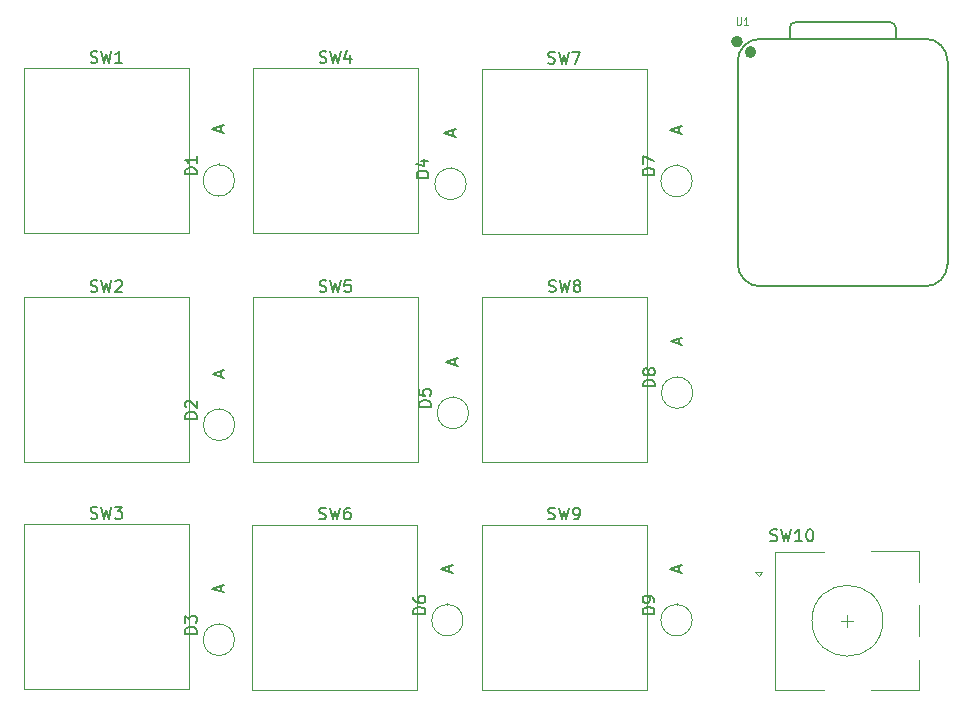
<source format=gbr>
%TF.GenerationSoftware,KiCad,Pcbnew,9.0.2*%
%TF.CreationDate,2025-06-24T13:56:58-07:00*%
%TF.ProjectId,meghanaHackpad,6d656768-616e-4614-9861-636b7061642e,rev?*%
%TF.SameCoordinates,Original*%
%TF.FileFunction,Legend,Top*%
%TF.FilePolarity,Positive*%
%FSLAX46Y46*%
G04 Gerber Fmt 4.6, Leading zero omitted, Abs format (unit mm)*
G04 Created by KiCad (PCBNEW 9.0.2) date 2025-06-24 13:56:58*
%MOMM*%
%LPD*%
G01*
G04 APERTURE LIST*
%ADD10C,0.150000*%
%ADD11C,0.101600*%
%ADD12C,0.120000*%
%ADD13C,0.127000*%
%ADD14C,0.100000*%
%ADD15C,0.504000*%
G04 APERTURE END LIST*
D10*
X130128448Y-81782409D02*
X129128448Y-81782409D01*
X129128448Y-81782409D02*
X129128448Y-81544314D01*
X129128448Y-81544314D02*
X129176067Y-81401457D01*
X129176067Y-81401457D02*
X129271305Y-81306219D01*
X129271305Y-81306219D02*
X129366543Y-81258600D01*
X129366543Y-81258600D02*
X129557019Y-81210981D01*
X129557019Y-81210981D02*
X129699876Y-81210981D01*
X129699876Y-81210981D02*
X129890352Y-81258600D01*
X129890352Y-81258600D02*
X129985590Y-81306219D01*
X129985590Y-81306219D02*
X130080829Y-81401457D01*
X130080829Y-81401457D02*
X130128448Y-81544314D01*
X130128448Y-81544314D02*
X130128448Y-81782409D01*
X129461781Y-80353838D02*
X130128448Y-80353838D01*
X129080829Y-80591933D02*
X129795114Y-80830028D01*
X129795114Y-80830028D02*
X129795114Y-80210981D01*
X132169104Y-78212409D02*
X132169104Y-77736219D01*
X132454819Y-78307647D02*
X131454819Y-77974314D01*
X131454819Y-77974314D02*
X132454819Y-77640981D01*
X110513448Y-81488094D02*
X109513448Y-81488094D01*
X109513448Y-81488094D02*
X109513448Y-81249999D01*
X109513448Y-81249999D02*
X109561067Y-81107142D01*
X109561067Y-81107142D02*
X109656305Y-81011904D01*
X109656305Y-81011904D02*
X109751543Y-80964285D01*
X109751543Y-80964285D02*
X109942019Y-80916666D01*
X109942019Y-80916666D02*
X110084876Y-80916666D01*
X110084876Y-80916666D02*
X110275352Y-80964285D01*
X110275352Y-80964285D02*
X110370590Y-81011904D01*
X110370590Y-81011904D02*
X110465829Y-81107142D01*
X110465829Y-81107142D02*
X110513448Y-81249999D01*
X110513448Y-81249999D02*
X110513448Y-81488094D01*
X110513448Y-79964285D02*
X110513448Y-80535713D01*
X110513448Y-80249999D02*
X109513448Y-80249999D01*
X109513448Y-80249999D02*
X109656305Y-80345237D01*
X109656305Y-80345237D02*
X109751543Y-80440475D01*
X109751543Y-80440475D02*
X109799162Y-80535713D01*
X112554104Y-77918094D02*
X112554104Y-77441904D01*
X112839819Y-78013332D02*
X111839819Y-77679999D01*
X111839819Y-77679999D02*
X112839819Y-77346666D01*
X149313448Y-99462409D02*
X148313448Y-99462409D01*
X148313448Y-99462409D02*
X148313448Y-99224314D01*
X148313448Y-99224314D02*
X148361067Y-99081457D01*
X148361067Y-99081457D02*
X148456305Y-98986219D01*
X148456305Y-98986219D02*
X148551543Y-98938600D01*
X148551543Y-98938600D02*
X148742019Y-98890981D01*
X148742019Y-98890981D02*
X148884876Y-98890981D01*
X148884876Y-98890981D02*
X149075352Y-98938600D01*
X149075352Y-98938600D02*
X149170590Y-98986219D01*
X149170590Y-98986219D02*
X149265829Y-99081457D01*
X149265829Y-99081457D02*
X149313448Y-99224314D01*
X149313448Y-99224314D02*
X149313448Y-99462409D01*
X148742019Y-98319552D02*
X148694400Y-98414790D01*
X148694400Y-98414790D02*
X148646781Y-98462409D01*
X148646781Y-98462409D02*
X148551543Y-98510028D01*
X148551543Y-98510028D02*
X148503924Y-98510028D01*
X148503924Y-98510028D02*
X148408686Y-98462409D01*
X148408686Y-98462409D02*
X148361067Y-98414790D01*
X148361067Y-98414790D02*
X148313448Y-98319552D01*
X148313448Y-98319552D02*
X148313448Y-98129076D01*
X148313448Y-98129076D02*
X148361067Y-98033838D01*
X148361067Y-98033838D02*
X148408686Y-97986219D01*
X148408686Y-97986219D02*
X148503924Y-97938600D01*
X148503924Y-97938600D02*
X148551543Y-97938600D01*
X148551543Y-97938600D02*
X148646781Y-97986219D01*
X148646781Y-97986219D02*
X148694400Y-98033838D01*
X148694400Y-98033838D02*
X148742019Y-98129076D01*
X148742019Y-98129076D02*
X148742019Y-98319552D01*
X148742019Y-98319552D02*
X148789638Y-98414790D01*
X148789638Y-98414790D02*
X148837257Y-98462409D01*
X148837257Y-98462409D02*
X148932495Y-98510028D01*
X148932495Y-98510028D02*
X149122971Y-98510028D01*
X149122971Y-98510028D02*
X149218209Y-98462409D01*
X149218209Y-98462409D02*
X149265829Y-98414790D01*
X149265829Y-98414790D02*
X149313448Y-98319552D01*
X149313448Y-98319552D02*
X149313448Y-98129076D01*
X149313448Y-98129076D02*
X149265829Y-98033838D01*
X149265829Y-98033838D02*
X149218209Y-97986219D01*
X149218209Y-97986219D02*
X149122971Y-97938600D01*
X149122971Y-97938600D02*
X148932495Y-97938600D01*
X148932495Y-97938600D02*
X148837257Y-97986219D01*
X148837257Y-97986219D02*
X148789638Y-98033838D01*
X148789638Y-98033838D02*
X148742019Y-98129076D01*
X151354104Y-95892409D02*
X151354104Y-95416219D01*
X151639819Y-95987647D02*
X150639819Y-95654314D01*
X150639819Y-95654314D02*
X151639819Y-95320981D01*
X149263448Y-118722409D02*
X148263448Y-118722409D01*
X148263448Y-118722409D02*
X148263448Y-118484314D01*
X148263448Y-118484314D02*
X148311067Y-118341457D01*
X148311067Y-118341457D02*
X148406305Y-118246219D01*
X148406305Y-118246219D02*
X148501543Y-118198600D01*
X148501543Y-118198600D02*
X148692019Y-118150981D01*
X148692019Y-118150981D02*
X148834876Y-118150981D01*
X148834876Y-118150981D02*
X149025352Y-118198600D01*
X149025352Y-118198600D02*
X149120590Y-118246219D01*
X149120590Y-118246219D02*
X149215829Y-118341457D01*
X149215829Y-118341457D02*
X149263448Y-118484314D01*
X149263448Y-118484314D02*
X149263448Y-118722409D01*
X149263448Y-117674790D02*
X149263448Y-117484314D01*
X149263448Y-117484314D02*
X149215829Y-117389076D01*
X149215829Y-117389076D02*
X149168209Y-117341457D01*
X149168209Y-117341457D02*
X149025352Y-117246219D01*
X149025352Y-117246219D02*
X148834876Y-117198600D01*
X148834876Y-117198600D02*
X148453924Y-117198600D01*
X148453924Y-117198600D02*
X148358686Y-117246219D01*
X148358686Y-117246219D02*
X148311067Y-117293838D01*
X148311067Y-117293838D02*
X148263448Y-117389076D01*
X148263448Y-117389076D02*
X148263448Y-117579552D01*
X148263448Y-117579552D02*
X148311067Y-117674790D01*
X148311067Y-117674790D02*
X148358686Y-117722409D01*
X148358686Y-117722409D02*
X148453924Y-117770028D01*
X148453924Y-117770028D02*
X148692019Y-117770028D01*
X148692019Y-117770028D02*
X148787257Y-117722409D01*
X148787257Y-117722409D02*
X148834876Y-117674790D01*
X148834876Y-117674790D02*
X148882495Y-117579552D01*
X148882495Y-117579552D02*
X148882495Y-117389076D01*
X148882495Y-117389076D02*
X148834876Y-117293838D01*
X148834876Y-117293838D02*
X148787257Y-117246219D01*
X148787257Y-117246219D02*
X148692019Y-117198600D01*
X151304104Y-115152409D02*
X151304104Y-114676219D01*
X151589819Y-115247647D02*
X150589819Y-114914314D01*
X150589819Y-114914314D02*
X151589819Y-114580981D01*
X149263448Y-81548094D02*
X148263448Y-81548094D01*
X148263448Y-81548094D02*
X148263448Y-81309999D01*
X148263448Y-81309999D02*
X148311067Y-81167142D01*
X148311067Y-81167142D02*
X148406305Y-81071904D01*
X148406305Y-81071904D02*
X148501543Y-81024285D01*
X148501543Y-81024285D02*
X148692019Y-80976666D01*
X148692019Y-80976666D02*
X148834876Y-80976666D01*
X148834876Y-80976666D02*
X149025352Y-81024285D01*
X149025352Y-81024285D02*
X149120590Y-81071904D01*
X149120590Y-81071904D02*
X149215829Y-81167142D01*
X149215829Y-81167142D02*
X149263448Y-81309999D01*
X149263448Y-81309999D02*
X149263448Y-81548094D01*
X148263448Y-80643332D02*
X148263448Y-79976666D01*
X148263448Y-79976666D02*
X149263448Y-80405237D01*
X151304104Y-77978094D02*
X151304104Y-77501904D01*
X151589819Y-78073332D02*
X150589819Y-77739999D01*
X150589819Y-77739999D02*
X151589819Y-77406666D01*
X140326667Y-91413200D02*
X140469524Y-91460819D01*
X140469524Y-91460819D02*
X140707619Y-91460819D01*
X140707619Y-91460819D02*
X140802857Y-91413200D01*
X140802857Y-91413200D02*
X140850476Y-91365580D01*
X140850476Y-91365580D02*
X140898095Y-91270342D01*
X140898095Y-91270342D02*
X140898095Y-91175104D01*
X140898095Y-91175104D02*
X140850476Y-91079866D01*
X140850476Y-91079866D02*
X140802857Y-91032247D01*
X140802857Y-91032247D02*
X140707619Y-90984628D01*
X140707619Y-90984628D02*
X140517143Y-90937009D01*
X140517143Y-90937009D02*
X140421905Y-90889390D01*
X140421905Y-90889390D02*
X140374286Y-90841771D01*
X140374286Y-90841771D02*
X140326667Y-90746533D01*
X140326667Y-90746533D02*
X140326667Y-90651295D01*
X140326667Y-90651295D02*
X140374286Y-90556057D01*
X140374286Y-90556057D02*
X140421905Y-90508438D01*
X140421905Y-90508438D02*
X140517143Y-90460819D01*
X140517143Y-90460819D02*
X140755238Y-90460819D01*
X140755238Y-90460819D02*
X140898095Y-90508438D01*
X141231429Y-90460819D02*
X141469524Y-91460819D01*
X141469524Y-91460819D02*
X141660000Y-90746533D01*
X141660000Y-90746533D02*
X141850476Y-91460819D01*
X141850476Y-91460819D02*
X142088572Y-90460819D01*
X142612381Y-90889390D02*
X142517143Y-90841771D01*
X142517143Y-90841771D02*
X142469524Y-90794152D01*
X142469524Y-90794152D02*
X142421905Y-90698914D01*
X142421905Y-90698914D02*
X142421905Y-90651295D01*
X142421905Y-90651295D02*
X142469524Y-90556057D01*
X142469524Y-90556057D02*
X142517143Y-90508438D01*
X142517143Y-90508438D02*
X142612381Y-90460819D01*
X142612381Y-90460819D02*
X142802857Y-90460819D01*
X142802857Y-90460819D02*
X142898095Y-90508438D01*
X142898095Y-90508438D02*
X142945714Y-90556057D01*
X142945714Y-90556057D02*
X142993333Y-90651295D01*
X142993333Y-90651295D02*
X142993333Y-90698914D01*
X142993333Y-90698914D02*
X142945714Y-90794152D01*
X142945714Y-90794152D02*
X142898095Y-90841771D01*
X142898095Y-90841771D02*
X142802857Y-90889390D01*
X142802857Y-90889390D02*
X142612381Y-90889390D01*
X142612381Y-90889390D02*
X142517143Y-90937009D01*
X142517143Y-90937009D02*
X142469524Y-90984628D01*
X142469524Y-90984628D02*
X142421905Y-91079866D01*
X142421905Y-91079866D02*
X142421905Y-91270342D01*
X142421905Y-91270342D02*
X142469524Y-91365580D01*
X142469524Y-91365580D02*
X142517143Y-91413200D01*
X142517143Y-91413200D02*
X142612381Y-91460819D01*
X142612381Y-91460819D02*
X142802857Y-91460819D01*
X142802857Y-91460819D02*
X142898095Y-91413200D01*
X142898095Y-91413200D02*
X142945714Y-91365580D01*
X142945714Y-91365580D02*
X142993333Y-91270342D01*
X142993333Y-91270342D02*
X142993333Y-91079866D01*
X142993333Y-91079866D02*
X142945714Y-90984628D01*
X142945714Y-90984628D02*
X142898095Y-90937009D01*
X142898095Y-90937009D02*
X142802857Y-90889390D01*
X101526667Y-72013200D02*
X101669524Y-72060819D01*
X101669524Y-72060819D02*
X101907619Y-72060819D01*
X101907619Y-72060819D02*
X102002857Y-72013200D01*
X102002857Y-72013200D02*
X102050476Y-71965580D01*
X102050476Y-71965580D02*
X102098095Y-71870342D01*
X102098095Y-71870342D02*
X102098095Y-71775104D01*
X102098095Y-71775104D02*
X102050476Y-71679866D01*
X102050476Y-71679866D02*
X102002857Y-71632247D01*
X102002857Y-71632247D02*
X101907619Y-71584628D01*
X101907619Y-71584628D02*
X101717143Y-71537009D01*
X101717143Y-71537009D02*
X101621905Y-71489390D01*
X101621905Y-71489390D02*
X101574286Y-71441771D01*
X101574286Y-71441771D02*
X101526667Y-71346533D01*
X101526667Y-71346533D02*
X101526667Y-71251295D01*
X101526667Y-71251295D02*
X101574286Y-71156057D01*
X101574286Y-71156057D02*
X101621905Y-71108438D01*
X101621905Y-71108438D02*
X101717143Y-71060819D01*
X101717143Y-71060819D02*
X101955238Y-71060819D01*
X101955238Y-71060819D02*
X102098095Y-71108438D01*
X102431429Y-71060819D02*
X102669524Y-72060819D01*
X102669524Y-72060819D02*
X102860000Y-71346533D01*
X102860000Y-71346533D02*
X103050476Y-72060819D01*
X103050476Y-72060819D02*
X103288572Y-71060819D01*
X104193333Y-72060819D02*
X103621905Y-72060819D01*
X103907619Y-72060819D02*
X103907619Y-71060819D01*
X103907619Y-71060819D02*
X103812381Y-71203676D01*
X103812381Y-71203676D02*
X103717143Y-71298914D01*
X103717143Y-71298914D02*
X103621905Y-71346533D01*
X129863448Y-118722409D02*
X128863448Y-118722409D01*
X128863448Y-118722409D02*
X128863448Y-118484314D01*
X128863448Y-118484314D02*
X128911067Y-118341457D01*
X128911067Y-118341457D02*
X129006305Y-118246219D01*
X129006305Y-118246219D02*
X129101543Y-118198600D01*
X129101543Y-118198600D02*
X129292019Y-118150981D01*
X129292019Y-118150981D02*
X129434876Y-118150981D01*
X129434876Y-118150981D02*
X129625352Y-118198600D01*
X129625352Y-118198600D02*
X129720590Y-118246219D01*
X129720590Y-118246219D02*
X129815829Y-118341457D01*
X129815829Y-118341457D02*
X129863448Y-118484314D01*
X129863448Y-118484314D02*
X129863448Y-118722409D01*
X128863448Y-117293838D02*
X128863448Y-117484314D01*
X128863448Y-117484314D02*
X128911067Y-117579552D01*
X128911067Y-117579552D02*
X128958686Y-117627171D01*
X128958686Y-117627171D02*
X129101543Y-117722409D01*
X129101543Y-117722409D02*
X129292019Y-117770028D01*
X129292019Y-117770028D02*
X129672971Y-117770028D01*
X129672971Y-117770028D02*
X129768209Y-117722409D01*
X129768209Y-117722409D02*
X129815829Y-117674790D01*
X129815829Y-117674790D02*
X129863448Y-117579552D01*
X129863448Y-117579552D02*
X129863448Y-117389076D01*
X129863448Y-117389076D02*
X129815829Y-117293838D01*
X129815829Y-117293838D02*
X129768209Y-117246219D01*
X129768209Y-117246219D02*
X129672971Y-117198600D01*
X129672971Y-117198600D02*
X129434876Y-117198600D01*
X129434876Y-117198600D02*
X129339638Y-117246219D01*
X129339638Y-117246219D02*
X129292019Y-117293838D01*
X129292019Y-117293838D02*
X129244400Y-117389076D01*
X129244400Y-117389076D02*
X129244400Y-117579552D01*
X129244400Y-117579552D02*
X129292019Y-117674790D01*
X129292019Y-117674790D02*
X129339638Y-117722409D01*
X129339638Y-117722409D02*
X129434876Y-117770028D01*
X131904104Y-115152409D02*
X131904104Y-114676219D01*
X132189819Y-115247647D02*
X131189819Y-114914314D01*
X131189819Y-114914314D02*
X132189819Y-114580981D01*
X120876667Y-110673200D02*
X121019524Y-110720819D01*
X121019524Y-110720819D02*
X121257619Y-110720819D01*
X121257619Y-110720819D02*
X121352857Y-110673200D01*
X121352857Y-110673200D02*
X121400476Y-110625580D01*
X121400476Y-110625580D02*
X121448095Y-110530342D01*
X121448095Y-110530342D02*
X121448095Y-110435104D01*
X121448095Y-110435104D02*
X121400476Y-110339866D01*
X121400476Y-110339866D02*
X121352857Y-110292247D01*
X121352857Y-110292247D02*
X121257619Y-110244628D01*
X121257619Y-110244628D02*
X121067143Y-110197009D01*
X121067143Y-110197009D02*
X120971905Y-110149390D01*
X120971905Y-110149390D02*
X120924286Y-110101771D01*
X120924286Y-110101771D02*
X120876667Y-110006533D01*
X120876667Y-110006533D02*
X120876667Y-109911295D01*
X120876667Y-109911295D02*
X120924286Y-109816057D01*
X120924286Y-109816057D02*
X120971905Y-109768438D01*
X120971905Y-109768438D02*
X121067143Y-109720819D01*
X121067143Y-109720819D02*
X121305238Y-109720819D01*
X121305238Y-109720819D02*
X121448095Y-109768438D01*
X121781429Y-109720819D02*
X122019524Y-110720819D01*
X122019524Y-110720819D02*
X122210000Y-110006533D01*
X122210000Y-110006533D02*
X122400476Y-110720819D01*
X122400476Y-110720819D02*
X122638572Y-109720819D01*
X123448095Y-109720819D02*
X123257619Y-109720819D01*
X123257619Y-109720819D02*
X123162381Y-109768438D01*
X123162381Y-109768438D02*
X123114762Y-109816057D01*
X123114762Y-109816057D02*
X123019524Y-109958914D01*
X123019524Y-109958914D02*
X122971905Y-110149390D01*
X122971905Y-110149390D02*
X122971905Y-110530342D01*
X122971905Y-110530342D02*
X123019524Y-110625580D01*
X123019524Y-110625580D02*
X123067143Y-110673200D01*
X123067143Y-110673200D02*
X123162381Y-110720819D01*
X123162381Y-110720819D02*
X123352857Y-110720819D01*
X123352857Y-110720819D02*
X123448095Y-110673200D01*
X123448095Y-110673200D02*
X123495714Y-110625580D01*
X123495714Y-110625580D02*
X123543333Y-110530342D01*
X123543333Y-110530342D02*
X123543333Y-110292247D01*
X123543333Y-110292247D02*
X123495714Y-110197009D01*
X123495714Y-110197009D02*
X123448095Y-110149390D01*
X123448095Y-110149390D02*
X123352857Y-110101771D01*
X123352857Y-110101771D02*
X123162381Y-110101771D01*
X123162381Y-110101771D02*
X123067143Y-110149390D01*
X123067143Y-110149390D02*
X123019524Y-110197009D01*
X123019524Y-110197009D02*
X122971905Y-110292247D01*
X140276667Y-72073200D02*
X140419524Y-72120819D01*
X140419524Y-72120819D02*
X140657619Y-72120819D01*
X140657619Y-72120819D02*
X140752857Y-72073200D01*
X140752857Y-72073200D02*
X140800476Y-72025580D01*
X140800476Y-72025580D02*
X140848095Y-71930342D01*
X140848095Y-71930342D02*
X140848095Y-71835104D01*
X140848095Y-71835104D02*
X140800476Y-71739866D01*
X140800476Y-71739866D02*
X140752857Y-71692247D01*
X140752857Y-71692247D02*
X140657619Y-71644628D01*
X140657619Y-71644628D02*
X140467143Y-71597009D01*
X140467143Y-71597009D02*
X140371905Y-71549390D01*
X140371905Y-71549390D02*
X140324286Y-71501771D01*
X140324286Y-71501771D02*
X140276667Y-71406533D01*
X140276667Y-71406533D02*
X140276667Y-71311295D01*
X140276667Y-71311295D02*
X140324286Y-71216057D01*
X140324286Y-71216057D02*
X140371905Y-71168438D01*
X140371905Y-71168438D02*
X140467143Y-71120819D01*
X140467143Y-71120819D02*
X140705238Y-71120819D01*
X140705238Y-71120819D02*
X140848095Y-71168438D01*
X141181429Y-71120819D02*
X141419524Y-72120819D01*
X141419524Y-72120819D02*
X141610000Y-71406533D01*
X141610000Y-71406533D02*
X141800476Y-72120819D01*
X141800476Y-72120819D02*
X142038572Y-71120819D01*
X142324286Y-71120819D02*
X142990952Y-71120819D01*
X142990952Y-71120819D02*
X142562381Y-72120819D01*
X120926667Y-72013200D02*
X121069524Y-72060819D01*
X121069524Y-72060819D02*
X121307619Y-72060819D01*
X121307619Y-72060819D02*
X121402857Y-72013200D01*
X121402857Y-72013200D02*
X121450476Y-71965580D01*
X121450476Y-71965580D02*
X121498095Y-71870342D01*
X121498095Y-71870342D02*
X121498095Y-71775104D01*
X121498095Y-71775104D02*
X121450476Y-71679866D01*
X121450476Y-71679866D02*
X121402857Y-71632247D01*
X121402857Y-71632247D02*
X121307619Y-71584628D01*
X121307619Y-71584628D02*
X121117143Y-71537009D01*
X121117143Y-71537009D02*
X121021905Y-71489390D01*
X121021905Y-71489390D02*
X120974286Y-71441771D01*
X120974286Y-71441771D02*
X120926667Y-71346533D01*
X120926667Y-71346533D02*
X120926667Y-71251295D01*
X120926667Y-71251295D02*
X120974286Y-71156057D01*
X120974286Y-71156057D02*
X121021905Y-71108438D01*
X121021905Y-71108438D02*
X121117143Y-71060819D01*
X121117143Y-71060819D02*
X121355238Y-71060819D01*
X121355238Y-71060819D02*
X121498095Y-71108438D01*
X121831429Y-71060819D02*
X122069524Y-72060819D01*
X122069524Y-72060819D02*
X122260000Y-71346533D01*
X122260000Y-71346533D02*
X122450476Y-72060819D01*
X122450476Y-72060819D02*
X122688572Y-71060819D01*
X123498095Y-71394152D02*
X123498095Y-72060819D01*
X123260000Y-71013200D02*
X123021905Y-71727485D01*
X123021905Y-71727485D02*
X123640952Y-71727485D01*
X140276667Y-110673200D02*
X140419524Y-110720819D01*
X140419524Y-110720819D02*
X140657619Y-110720819D01*
X140657619Y-110720819D02*
X140752857Y-110673200D01*
X140752857Y-110673200D02*
X140800476Y-110625580D01*
X140800476Y-110625580D02*
X140848095Y-110530342D01*
X140848095Y-110530342D02*
X140848095Y-110435104D01*
X140848095Y-110435104D02*
X140800476Y-110339866D01*
X140800476Y-110339866D02*
X140752857Y-110292247D01*
X140752857Y-110292247D02*
X140657619Y-110244628D01*
X140657619Y-110244628D02*
X140467143Y-110197009D01*
X140467143Y-110197009D02*
X140371905Y-110149390D01*
X140371905Y-110149390D02*
X140324286Y-110101771D01*
X140324286Y-110101771D02*
X140276667Y-110006533D01*
X140276667Y-110006533D02*
X140276667Y-109911295D01*
X140276667Y-109911295D02*
X140324286Y-109816057D01*
X140324286Y-109816057D02*
X140371905Y-109768438D01*
X140371905Y-109768438D02*
X140467143Y-109720819D01*
X140467143Y-109720819D02*
X140705238Y-109720819D01*
X140705238Y-109720819D02*
X140848095Y-109768438D01*
X141181429Y-109720819D02*
X141419524Y-110720819D01*
X141419524Y-110720819D02*
X141610000Y-110006533D01*
X141610000Y-110006533D02*
X141800476Y-110720819D01*
X141800476Y-110720819D02*
X142038572Y-109720819D01*
X142467143Y-110720819D02*
X142657619Y-110720819D01*
X142657619Y-110720819D02*
X142752857Y-110673200D01*
X142752857Y-110673200D02*
X142800476Y-110625580D01*
X142800476Y-110625580D02*
X142895714Y-110482723D01*
X142895714Y-110482723D02*
X142943333Y-110292247D01*
X142943333Y-110292247D02*
X142943333Y-109911295D01*
X142943333Y-109911295D02*
X142895714Y-109816057D01*
X142895714Y-109816057D02*
X142848095Y-109768438D01*
X142848095Y-109768438D02*
X142752857Y-109720819D01*
X142752857Y-109720819D02*
X142562381Y-109720819D01*
X142562381Y-109720819D02*
X142467143Y-109768438D01*
X142467143Y-109768438D02*
X142419524Y-109816057D01*
X142419524Y-109816057D02*
X142371905Y-109911295D01*
X142371905Y-109911295D02*
X142371905Y-110149390D01*
X142371905Y-110149390D02*
X142419524Y-110244628D01*
X142419524Y-110244628D02*
X142467143Y-110292247D01*
X142467143Y-110292247D02*
X142562381Y-110339866D01*
X142562381Y-110339866D02*
X142752857Y-110339866D01*
X142752857Y-110339866D02*
X142848095Y-110292247D01*
X142848095Y-110292247D02*
X142895714Y-110244628D01*
X142895714Y-110244628D02*
X142943333Y-110149390D01*
X130328448Y-101182409D02*
X129328448Y-101182409D01*
X129328448Y-101182409D02*
X129328448Y-100944314D01*
X129328448Y-100944314D02*
X129376067Y-100801457D01*
X129376067Y-100801457D02*
X129471305Y-100706219D01*
X129471305Y-100706219D02*
X129566543Y-100658600D01*
X129566543Y-100658600D02*
X129757019Y-100610981D01*
X129757019Y-100610981D02*
X129899876Y-100610981D01*
X129899876Y-100610981D02*
X130090352Y-100658600D01*
X130090352Y-100658600D02*
X130185590Y-100706219D01*
X130185590Y-100706219D02*
X130280829Y-100801457D01*
X130280829Y-100801457D02*
X130328448Y-100944314D01*
X130328448Y-100944314D02*
X130328448Y-101182409D01*
X129328448Y-99706219D02*
X129328448Y-100182409D01*
X129328448Y-100182409D02*
X129804638Y-100230028D01*
X129804638Y-100230028D02*
X129757019Y-100182409D01*
X129757019Y-100182409D02*
X129709400Y-100087171D01*
X129709400Y-100087171D02*
X129709400Y-99849076D01*
X129709400Y-99849076D02*
X129757019Y-99753838D01*
X129757019Y-99753838D02*
X129804638Y-99706219D01*
X129804638Y-99706219D02*
X129899876Y-99658600D01*
X129899876Y-99658600D02*
X130137971Y-99658600D01*
X130137971Y-99658600D02*
X130233209Y-99706219D01*
X130233209Y-99706219D02*
X130280829Y-99753838D01*
X130280829Y-99753838D02*
X130328448Y-99849076D01*
X130328448Y-99849076D02*
X130328448Y-100087171D01*
X130328448Y-100087171D02*
X130280829Y-100182409D01*
X130280829Y-100182409D02*
X130233209Y-100230028D01*
X132369104Y-97612409D02*
X132369104Y-97136219D01*
X132654819Y-97707647D02*
X131654819Y-97374314D01*
X131654819Y-97374314D02*
X132654819Y-97040981D01*
X101526667Y-110613200D02*
X101669524Y-110660819D01*
X101669524Y-110660819D02*
X101907619Y-110660819D01*
X101907619Y-110660819D02*
X102002857Y-110613200D01*
X102002857Y-110613200D02*
X102050476Y-110565580D01*
X102050476Y-110565580D02*
X102098095Y-110470342D01*
X102098095Y-110470342D02*
X102098095Y-110375104D01*
X102098095Y-110375104D02*
X102050476Y-110279866D01*
X102050476Y-110279866D02*
X102002857Y-110232247D01*
X102002857Y-110232247D02*
X101907619Y-110184628D01*
X101907619Y-110184628D02*
X101717143Y-110137009D01*
X101717143Y-110137009D02*
X101621905Y-110089390D01*
X101621905Y-110089390D02*
X101574286Y-110041771D01*
X101574286Y-110041771D02*
X101526667Y-109946533D01*
X101526667Y-109946533D02*
X101526667Y-109851295D01*
X101526667Y-109851295D02*
X101574286Y-109756057D01*
X101574286Y-109756057D02*
X101621905Y-109708438D01*
X101621905Y-109708438D02*
X101717143Y-109660819D01*
X101717143Y-109660819D02*
X101955238Y-109660819D01*
X101955238Y-109660819D02*
X102098095Y-109708438D01*
X102431429Y-109660819D02*
X102669524Y-110660819D01*
X102669524Y-110660819D02*
X102860000Y-109946533D01*
X102860000Y-109946533D02*
X103050476Y-110660819D01*
X103050476Y-110660819D02*
X103288572Y-109660819D01*
X103574286Y-109660819D02*
X104193333Y-109660819D01*
X104193333Y-109660819D02*
X103860000Y-110041771D01*
X103860000Y-110041771D02*
X104002857Y-110041771D01*
X104002857Y-110041771D02*
X104098095Y-110089390D01*
X104098095Y-110089390D02*
X104145714Y-110137009D01*
X104145714Y-110137009D02*
X104193333Y-110232247D01*
X104193333Y-110232247D02*
X104193333Y-110470342D01*
X104193333Y-110470342D02*
X104145714Y-110565580D01*
X104145714Y-110565580D02*
X104098095Y-110613200D01*
X104098095Y-110613200D02*
X104002857Y-110660819D01*
X104002857Y-110660819D02*
X103717143Y-110660819D01*
X103717143Y-110660819D02*
X103621905Y-110613200D01*
X103621905Y-110613200D02*
X103574286Y-110565580D01*
X110528448Y-102182409D02*
X109528448Y-102182409D01*
X109528448Y-102182409D02*
X109528448Y-101944314D01*
X109528448Y-101944314D02*
X109576067Y-101801457D01*
X109576067Y-101801457D02*
X109671305Y-101706219D01*
X109671305Y-101706219D02*
X109766543Y-101658600D01*
X109766543Y-101658600D02*
X109957019Y-101610981D01*
X109957019Y-101610981D02*
X110099876Y-101610981D01*
X110099876Y-101610981D02*
X110290352Y-101658600D01*
X110290352Y-101658600D02*
X110385590Y-101706219D01*
X110385590Y-101706219D02*
X110480829Y-101801457D01*
X110480829Y-101801457D02*
X110528448Y-101944314D01*
X110528448Y-101944314D02*
X110528448Y-102182409D01*
X109623686Y-101230028D02*
X109576067Y-101182409D01*
X109576067Y-101182409D02*
X109528448Y-101087171D01*
X109528448Y-101087171D02*
X109528448Y-100849076D01*
X109528448Y-100849076D02*
X109576067Y-100753838D01*
X109576067Y-100753838D02*
X109623686Y-100706219D01*
X109623686Y-100706219D02*
X109718924Y-100658600D01*
X109718924Y-100658600D02*
X109814162Y-100658600D01*
X109814162Y-100658600D02*
X109957019Y-100706219D01*
X109957019Y-100706219D02*
X110528448Y-101277647D01*
X110528448Y-101277647D02*
X110528448Y-100658600D01*
X112569104Y-98612409D02*
X112569104Y-98136219D01*
X112854819Y-98707647D02*
X111854819Y-98374314D01*
X111854819Y-98374314D02*
X112854819Y-98040981D01*
X120926667Y-91413200D02*
X121069524Y-91460819D01*
X121069524Y-91460819D02*
X121307619Y-91460819D01*
X121307619Y-91460819D02*
X121402857Y-91413200D01*
X121402857Y-91413200D02*
X121450476Y-91365580D01*
X121450476Y-91365580D02*
X121498095Y-91270342D01*
X121498095Y-91270342D02*
X121498095Y-91175104D01*
X121498095Y-91175104D02*
X121450476Y-91079866D01*
X121450476Y-91079866D02*
X121402857Y-91032247D01*
X121402857Y-91032247D02*
X121307619Y-90984628D01*
X121307619Y-90984628D02*
X121117143Y-90937009D01*
X121117143Y-90937009D02*
X121021905Y-90889390D01*
X121021905Y-90889390D02*
X120974286Y-90841771D01*
X120974286Y-90841771D02*
X120926667Y-90746533D01*
X120926667Y-90746533D02*
X120926667Y-90651295D01*
X120926667Y-90651295D02*
X120974286Y-90556057D01*
X120974286Y-90556057D02*
X121021905Y-90508438D01*
X121021905Y-90508438D02*
X121117143Y-90460819D01*
X121117143Y-90460819D02*
X121355238Y-90460819D01*
X121355238Y-90460819D02*
X121498095Y-90508438D01*
X121831429Y-90460819D02*
X122069524Y-91460819D01*
X122069524Y-91460819D02*
X122260000Y-90746533D01*
X122260000Y-90746533D02*
X122450476Y-91460819D01*
X122450476Y-91460819D02*
X122688572Y-90460819D01*
X123545714Y-90460819D02*
X123069524Y-90460819D01*
X123069524Y-90460819D02*
X123021905Y-90937009D01*
X123021905Y-90937009D02*
X123069524Y-90889390D01*
X123069524Y-90889390D02*
X123164762Y-90841771D01*
X123164762Y-90841771D02*
X123402857Y-90841771D01*
X123402857Y-90841771D02*
X123498095Y-90889390D01*
X123498095Y-90889390D02*
X123545714Y-90937009D01*
X123545714Y-90937009D02*
X123593333Y-91032247D01*
X123593333Y-91032247D02*
X123593333Y-91270342D01*
X123593333Y-91270342D02*
X123545714Y-91365580D01*
X123545714Y-91365580D02*
X123498095Y-91413200D01*
X123498095Y-91413200D02*
X123402857Y-91460819D01*
X123402857Y-91460819D02*
X123164762Y-91460819D01*
X123164762Y-91460819D02*
X123069524Y-91413200D01*
X123069524Y-91413200D02*
X123021905Y-91365580D01*
X101526667Y-91413200D02*
X101669524Y-91460819D01*
X101669524Y-91460819D02*
X101907619Y-91460819D01*
X101907619Y-91460819D02*
X102002857Y-91413200D01*
X102002857Y-91413200D02*
X102050476Y-91365580D01*
X102050476Y-91365580D02*
X102098095Y-91270342D01*
X102098095Y-91270342D02*
X102098095Y-91175104D01*
X102098095Y-91175104D02*
X102050476Y-91079866D01*
X102050476Y-91079866D02*
X102002857Y-91032247D01*
X102002857Y-91032247D02*
X101907619Y-90984628D01*
X101907619Y-90984628D02*
X101717143Y-90937009D01*
X101717143Y-90937009D02*
X101621905Y-90889390D01*
X101621905Y-90889390D02*
X101574286Y-90841771D01*
X101574286Y-90841771D02*
X101526667Y-90746533D01*
X101526667Y-90746533D02*
X101526667Y-90651295D01*
X101526667Y-90651295D02*
X101574286Y-90556057D01*
X101574286Y-90556057D02*
X101621905Y-90508438D01*
X101621905Y-90508438D02*
X101717143Y-90460819D01*
X101717143Y-90460819D02*
X101955238Y-90460819D01*
X101955238Y-90460819D02*
X102098095Y-90508438D01*
X102431429Y-90460819D02*
X102669524Y-91460819D01*
X102669524Y-91460819D02*
X102860000Y-90746533D01*
X102860000Y-90746533D02*
X103050476Y-91460819D01*
X103050476Y-91460819D02*
X103288572Y-90460819D01*
X103621905Y-90556057D02*
X103669524Y-90508438D01*
X103669524Y-90508438D02*
X103764762Y-90460819D01*
X103764762Y-90460819D02*
X104002857Y-90460819D01*
X104002857Y-90460819D02*
X104098095Y-90508438D01*
X104098095Y-90508438D02*
X104145714Y-90556057D01*
X104145714Y-90556057D02*
X104193333Y-90651295D01*
X104193333Y-90651295D02*
X104193333Y-90746533D01*
X104193333Y-90746533D02*
X104145714Y-90889390D01*
X104145714Y-90889390D02*
X103574286Y-91460819D01*
X103574286Y-91460819D02*
X104193333Y-91460819D01*
X110513448Y-120382409D02*
X109513448Y-120382409D01*
X109513448Y-120382409D02*
X109513448Y-120144314D01*
X109513448Y-120144314D02*
X109561067Y-120001457D01*
X109561067Y-120001457D02*
X109656305Y-119906219D01*
X109656305Y-119906219D02*
X109751543Y-119858600D01*
X109751543Y-119858600D02*
X109942019Y-119810981D01*
X109942019Y-119810981D02*
X110084876Y-119810981D01*
X110084876Y-119810981D02*
X110275352Y-119858600D01*
X110275352Y-119858600D02*
X110370590Y-119906219D01*
X110370590Y-119906219D02*
X110465829Y-120001457D01*
X110465829Y-120001457D02*
X110513448Y-120144314D01*
X110513448Y-120144314D02*
X110513448Y-120382409D01*
X109513448Y-119477647D02*
X109513448Y-118858600D01*
X109513448Y-118858600D02*
X109894400Y-119191933D01*
X109894400Y-119191933D02*
X109894400Y-119049076D01*
X109894400Y-119049076D02*
X109942019Y-118953838D01*
X109942019Y-118953838D02*
X109989638Y-118906219D01*
X109989638Y-118906219D02*
X110084876Y-118858600D01*
X110084876Y-118858600D02*
X110322971Y-118858600D01*
X110322971Y-118858600D02*
X110418209Y-118906219D01*
X110418209Y-118906219D02*
X110465829Y-118953838D01*
X110465829Y-118953838D02*
X110513448Y-119049076D01*
X110513448Y-119049076D02*
X110513448Y-119334790D01*
X110513448Y-119334790D02*
X110465829Y-119430028D01*
X110465829Y-119430028D02*
X110418209Y-119477647D01*
X112554104Y-116812409D02*
X112554104Y-116336219D01*
X112839819Y-116907647D02*
X111839819Y-116574314D01*
X111839819Y-116574314D02*
X112839819Y-116240981D01*
X159090476Y-112507200D02*
X159233333Y-112554819D01*
X159233333Y-112554819D02*
X159471428Y-112554819D01*
X159471428Y-112554819D02*
X159566666Y-112507200D01*
X159566666Y-112507200D02*
X159614285Y-112459580D01*
X159614285Y-112459580D02*
X159661904Y-112364342D01*
X159661904Y-112364342D02*
X159661904Y-112269104D01*
X159661904Y-112269104D02*
X159614285Y-112173866D01*
X159614285Y-112173866D02*
X159566666Y-112126247D01*
X159566666Y-112126247D02*
X159471428Y-112078628D01*
X159471428Y-112078628D02*
X159280952Y-112031009D01*
X159280952Y-112031009D02*
X159185714Y-111983390D01*
X159185714Y-111983390D02*
X159138095Y-111935771D01*
X159138095Y-111935771D02*
X159090476Y-111840533D01*
X159090476Y-111840533D02*
X159090476Y-111745295D01*
X159090476Y-111745295D02*
X159138095Y-111650057D01*
X159138095Y-111650057D02*
X159185714Y-111602438D01*
X159185714Y-111602438D02*
X159280952Y-111554819D01*
X159280952Y-111554819D02*
X159519047Y-111554819D01*
X159519047Y-111554819D02*
X159661904Y-111602438D01*
X159995238Y-111554819D02*
X160233333Y-112554819D01*
X160233333Y-112554819D02*
X160423809Y-111840533D01*
X160423809Y-111840533D02*
X160614285Y-112554819D01*
X160614285Y-112554819D02*
X160852381Y-111554819D01*
X161757142Y-112554819D02*
X161185714Y-112554819D01*
X161471428Y-112554819D02*
X161471428Y-111554819D01*
X161471428Y-111554819D02*
X161376190Y-111697676D01*
X161376190Y-111697676D02*
X161280952Y-111792914D01*
X161280952Y-111792914D02*
X161185714Y-111840533D01*
X162376190Y-111554819D02*
X162471428Y-111554819D01*
X162471428Y-111554819D02*
X162566666Y-111602438D01*
X162566666Y-111602438D02*
X162614285Y-111650057D01*
X162614285Y-111650057D02*
X162661904Y-111745295D01*
X162661904Y-111745295D02*
X162709523Y-111935771D01*
X162709523Y-111935771D02*
X162709523Y-112173866D01*
X162709523Y-112173866D02*
X162661904Y-112364342D01*
X162661904Y-112364342D02*
X162614285Y-112459580D01*
X162614285Y-112459580D02*
X162566666Y-112507200D01*
X162566666Y-112507200D02*
X162471428Y-112554819D01*
X162471428Y-112554819D02*
X162376190Y-112554819D01*
X162376190Y-112554819D02*
X162280952Y-112507200D01*
X162280952Y-112507200D02*
X162233333Y-112459580D01*
X162233333Y-112459580D02*
X162185714Y-112364342D01*
X162185714Y-112364342D02*
X162138095Y-112173866D01*
X162138095Y-112173866D02*
X162138095Y-111935771D01*
X162138095Y-111935771D02*
X162185714Y-111745295D01*
X162185714Y-111745295D02*
X162233333Y-111650057D01*
X162233333Y-111650057D02*
X162280952Y-111602438D01*
X162280952Y-111602438D02*
X162376190Y-111554819D01*
D11*
X156216190Y-68221979D02*
X156216190Y-68736026D01*
X156216190Y-68736026D02*
X156246428Y-68796502D01*
X156246428Y-68796502D02*
X156276666Y-68826741D01*
X156276666Y-68826741D02*
X156337142Y-68856979D01*
X156337142Y-68856979D02*
X156458095Y-68856979D01*
X156458095Y-68856979D02*
X156518571Y-68826741D01*
X156518571Y-68826741D02*
X156548809Y-68796502D01*
X156548809Y-68796502D02*
X156579047Y-68736026D01*
X156579047Y-68736026D02*
X156579047Y-68221979D01*
X157214047Y-68856979D02*
X156851190Y-68856979D01*
X157032618Y-68856979D02*
X157032618Y-68221979D01*
X157032618Y-68221979D02*
X156972142Y-68312693D01*
X156972142Y-68312693D02*
X156911666Y-68373169D01*
X156911666Y-68373169D02*
X156851190Y-68403407D01*
D12*
%TO.C,D4*%
X132000000Y-80987944D02*
X132000000Y-80874315D01*
X133326371Y-82314315D02*
G75*
G02*
X130673629Y-82314315I-1326371J0D01*
G01*
X130673629Y-82314315D02*
G75*
G02*
X133326371Y-82314315I1326371J0D01*
G01*
%TO.C,D1*%
X112385000Y-80693629D02*
X112385000Y-80580000D01*
X113711371Y-82020000D02*
G75*
G02*
X111058629Y-82020000I-1326371J0D01*
G01*
X111058629Y-82020000D02*
G75*
G02*
X113711371Y-82020000I1326371J0D01*
G01*
%TO.C,D8*%
X151185000Y-98667944D02*
X151185000Y-98554315D01*
X152511371Y-99994315D02*
G75*
G02*
X149858629Y-99994315I-1326371J0D01*
G01*
X149858629Y-99994315D02*
G75*
G02*
X152511371Y-99994315I1326371J0D01*
G01*
%TO.C,D9*%
X151135000Y-117927944D02*
X151135000Y-117814315D01*
X152461371Y-119254315D02*
G75*
G02*
X149808629Y-119254315I-1326371J0D01*
G01*
X149808629Y-119254315D02*
G75*
G02*
X152461371Y-119254315I1326371J0D01*
G01*
%TO.C,D7*%
X151135000Y-80753629D02*
X151135000Y-80640000D01*
X152461371Y-82080000D02*
G75*
G02*
X149808629Y-82080000I-1326371J0D01*
G01*
X149808629Y-82080000D02*
G75*
G02*
X152461371Y-82080000I1326371J0D01*
G01*
%TO.C,SW8*%
X134675000Y-91895000D02*
X148645000Y-91895000D01*
X134675000Y-105865000D02*
X134675000Y-91895000D01*
X148645000Y-91895000D02*
X148645000Y-105865000D01*
X148645000Y-105865000D02*
X134675000Y-105865000D01*
%TO.C,SW1*%
X95875000Y-72495000D02*
X109845000Y-72495000D01*
X95875000Y-86465000D02*
X95875000Y-72495000D01*
X109845000Y-72495000D02*
X109845000Y-86465000D01*
X109845000Y-86465000D02*
X95875000Y-86465000D01*
%TO.C,D6*%
X131735000Y-117927944D02*
X131735000Y-117814315D01*
X133061371Y-119254315D02*
G75*
G02*
X130408629Y-119254315I-1326371J0D01*
G01*
X130408629Y-119254315D02*
G75*
G02*
X133061371Y-119254315I1326371J0D01*
G01*
%TO.C,SW6*%
X115225000Y-111155000D02*
X129195000Y-111155000D01*
X115225000Y-125125000D02*
X115225000Y-111155000D01*
X129195000Y-111155000D02*
X129195000Y-125125000D01*
X129195000Y-125125000D02*
X115225000Y-125125000D01*
%TO.C,SW7*%
X134625000Y-72555000D02*
X148595000Y-72555000D01*
X134625000Y-86525000D02*
X134625000Y-72555000D01*
X148595000Y-72555000D02*
X148595000Y-86525000D01*
X148595000Y-86525000D02*
X134625000Y-86525000D01*
%TO.C,SW4*%
X115275000Y-72495000D02*
X129245000Y-72495000D01*
X115275000Y-86465000D02*
X115275000Y-72495000D01*
X129245000Y-72495000D02*
X129245000Y-86465000D01*
X129245000Y-86465000D02*
X115275000Y-86465000D01*
%TO.C,SW9*%
X134625000Y-111155000D02*
X148595000Y-111155000D01*
X134625000Y-125125000D02*
X134625000Y-111155000D01*
X148595000Y-111155000D02*
X148595000Y-125125000D01*
X148595000Y-125125000D02*
X134625000Y-125125000D01*
%TO.C,D5*%
X132200000Y-100387944D02*
X132200000Y-100274315D01*
X133526371Y-101714315D02*
G75*
G02*
X130873629Y-101714315I-1326371J0D01*
G01*
X130873629Y-101714315D02*
G75*
G02*
X133526371Y-101714315I1326371J0D01*
G01*
%TO.C,SW3*%
X95875000Y-111095000D02*
X109845000Y-111095000D01*
X95875000Y-125065000D02*
X95875000Y-111095000D01*
X109845000Y-111095000D02*
X109845000Y-125065000D01*
X109845000Y-125065000D02*
X95875000Y-125065000D01*
%TO.C,D2*%
X112400000Y-101387944D02*
X112400000Y-101274315D01*
X113726371Y-102714315D02*
G75*
G02*
X111073629Y-102714315I-1326371J0D01*
G01*
X111073629Y-102714315D02*
G75*
G02*
X113726371Y-102714315I1326371J0D01*
G01*
%TO.C,SW5*%
X115275000Y-91895000D02*
X129245000Y-91895000D01*
X115275000Y-105865000D02*
X115275000Y-91895000D01*
X129245000Y-91895000D02*
X129245000Y-105865000D01*
X129245000Y-105865000D02*
X115275000Y-105865000D01*
%TO.C,SW2*%
X95875000Y-91895000D02*
X109845000Y-91895000D01*
X95875000Y-105865000D02*
X95875000Y-91895000D01*
X109845000Y-91895000D02*
X109845000Y-105865000D01*
X109845000Y-105865000D02*
X95875000Y-105865000D01*
%TO.C,D3*%
X112385000Y-119587944D02*
X112385000Y-119474315D01*
X113711371Y-120914315D02*
G75*
G02*
X111058629Y-120914315I-1326371J0D01*
G01*
X111058629Y-120914315D02*
G75*
G02*
X113711371Y-120914315I1326371J0D01*
G01*
%TO.C,SW10*%
X157800000Y-115200000D02*
X158400000Y-115200000D01*
X158100000Y-115500000D02*
X157800000Y-115200000D01*
X158400000Y-115200000D02*
X158100000Y-115500000D01*
X159500000Y-113500000D02*
X159500000Y-125200000D01*
X163600000Y-113500000D02*
X159500000Y-113500000D01*
X163600000Y-125200000D02*
X159500000Y-125200000D01*
X165100000Y-119300000D02*
X166100000Y-119300000D01*
X165600000Y-118800000D02*
X165600000Y-119800000D01*
X167600000Y-113400000D02*
X171700000Y-113400000D01*
X171700000Y-113400000D02*
X171700000Y-116000000D01*
X171700000Y-118000000D02*
X171700000Y-120600000D01*
X171700000Y-122600000D02*
X171700000Y-125200000D01*
X171700000Y-125200000D02*
X167600000Y-125200000D01*
X168600000Y-119300000D02*
G75*
G02*
X162600000Y-119300000I-3000000J0D01*
G01*
X162600000Y-119300000D02*
G75*
G02*
X168600000Y-119300000I3000000J0D01*
G01*
D13*
%TO.C,U1*%
X156310000Y-89077500D02*
X156310000Y-71932500D01*
X158215000Y-90982500D02*
X172185000Y-90982500D01*
X160705000Y-70027500D02*
X160708728Y-69117228D01*
X161208728Y-68617500D02*
X169204000Y-68617500D01*
X169704000Y-69117500D02*
X169704000Y-70027500D01*
D14*
X172185000Y-70027500D02*
X158215000Y-70027500D01*
D13*
X172185000Y-70027500D02*
X158215000Y-70027500D01*
X174090000Y-89077500D02*
X174090000Y-71932500D01*
X156310000Y-71932500D02*
G75*
G02*
X158215000Y-70027500I1905001J-1D01*
G01*
X158215000Y-90982500D02*
G75*
G02*
X156310000Y-89077500I1J1905001D01*
G01*
X160708728Y-69117228D02*
G75*
G02*
X161208728Y-68617501I500018J-291D01*
G01*
X169204000Y-68617500D02*
G75*
G02*
X169704000Y-69117500I0J-500000D01*
G01*
X172185000Y-70027500D02*
G75*
G02*
X174090000Y-71932500I0J-1905000D01*
G01*
X174090000Y-89077500D02*
G75*
G02*
X172185000Y-90982500I-1905000J0D01*
G01*
D15*
X156502000Y-70268500D02*
G75*
G02*
X155998000Y-70268500I-252000J0D01*
G01*
X155998000Y-70268500D02*
G75*
G02*
X156502000Y-70268500I252000J0D01*
G01*
X157645000Y-71148500D02*
G75*
G02*
X157141000Y-71148500I-252000J0D01*
G01*
X157141000Y-71148500D02*
G75*
G02*
X157645000Y-71148500I252000J0D01*
G01*
%TD*%
M02*

</source>
